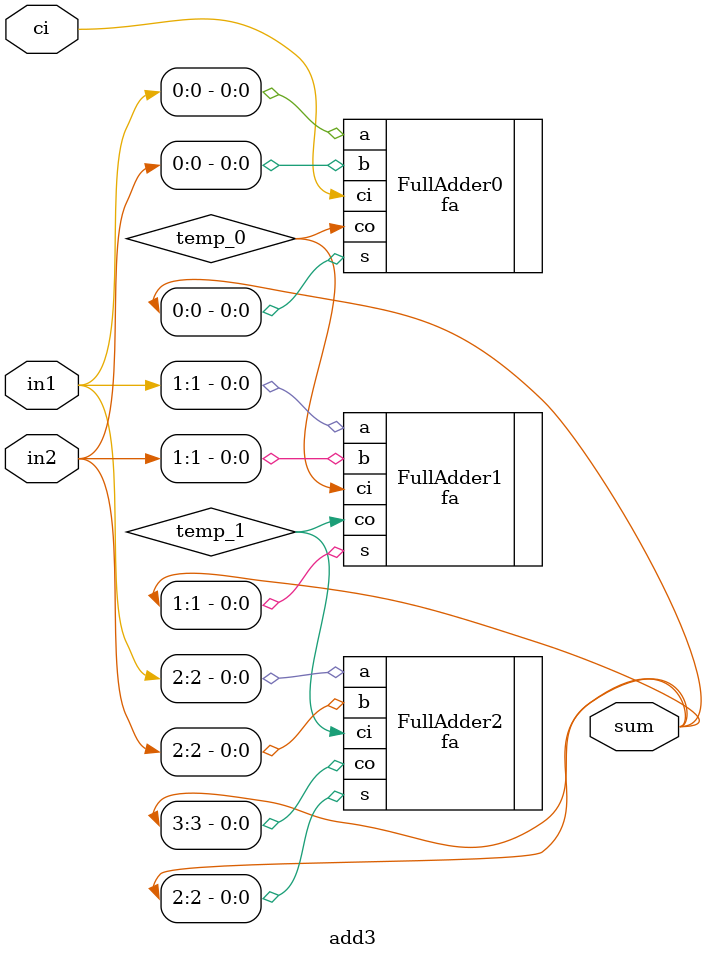
<source format=v>

module add3(
	//////////// INPUT //////////
	input [2:0] in1,
	input [2:0] in2,
	input       ci,

	//////////// OUTPUT //////////
	output [3:0] sum
	//output       co
);

//=======================================================
//  Temporary Variables
//=======================================================
wire temp_0;
wire temp_1;


//=======================================================
//  Structural coding
//=======================================================
fa FullAdder0(.a(in1[0]), .b(in2[0]), .ci(ci), .s(sum[0]), .co(temp_0));
fa FullAdder1(.a(in1[1]), .b(in2[1]), .ci(temp_0), .s(sum[1]), .co(temp_1));
fa FullAdder2(.a(in1[2]), .b(in2[2]), .ci(temp_1), .s(sum[2]), .co(sum[3]));

endmodule

</source>
